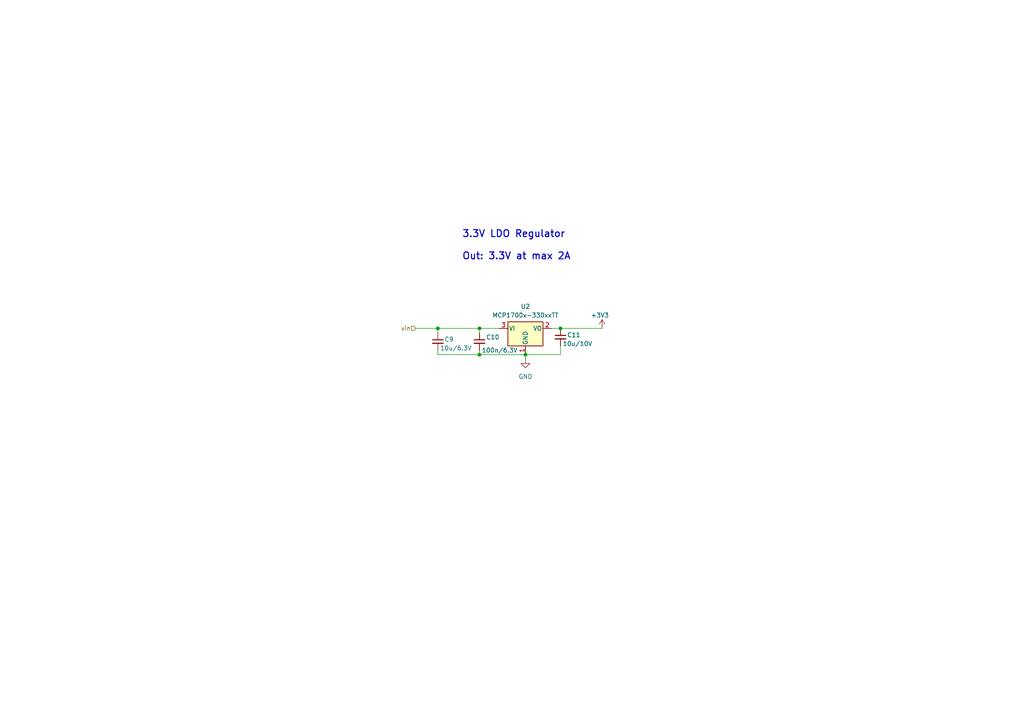
<source format=kicad_sch>
(kicad_sch (version 20230121) (generator eeschema)

  (uuid 1f80be48-be16-46d2-91da-59767e51aecf)

  (paper "A4")

  (lib_symbols
    (symbol "Device:C_Small" (pin_numbers hide) (pin_names (offset 0.254) hide) (in_bom yes) (on_board yes)
      (property "Reference" "C" (at 0.254 1.778 0)
        (effects (font (size 1.27 1.27)) (justify left))
      )
      (property "Value" "C_Small" (at 0.254 -2.032 0)
        (effects (font (size 1.27 1.27)) (justify left))
      )
      (property "Footprint" "" (at 0 0 0)
        (effects (font (size 1.27 1.27)) hide)
      )
      (property "Datasheet" "~" (at 0 0 0)
        (effects (font (size 1.27 1.27)) hide)
      )
      (property "ki_keywords" "capacitor cap" (at 0 0 0)
        (effects (font (size 1.27 1.27)) hide)
      )
      (property "ki_description" "Unpolarized capacitor, small symbol" (at 0 0 0)
        (effects (font (size 1.27 1.27)) hide)
      )
      (property "ki_fp_filters" "C_*" (at 0 0 0)
        (effects (font (size 1.27 1.27)) hide)
      )
      (symbol "C_Small_0_1"
        (polyline
          (pts
            (xy -1.524 -0.508)
            (xy 1.524 -0.508)
          )
          (stroke (width 0.3302) (type default))
          (fill (type none))
        )
        (polyline
          (pts
            (xy -1.524 0.508)
            (xy 1.524 0.508)
          )
          (stroke (width 0.3048) (type default))
          (fill (type none))
        )
      )
      (symbol "C_Small_1_1"
        (pin passive line (at 0 2.54 270) (length 2.032)
          (name "~" (effects (font (size 1.27 1.27))))
          (number "1" (effects (font (size 1.27 1.27))))
        )
        (pin passive line (at 0 -2.54 90) (length 2.032)
          (name "~" (effects (font (size 1.27 1.27))))
          (number "2" (effects (font (size 1.27 1.27))))
        )
      )
    )
    (symbol "Regulator_Linear:MCP1700x-330xxTT" (pin_names (offset 0.254)) (in_bom yes) (on_board yes)
      (property "Reference" "U" (at -3.81 3.175 0)
        (effects (font (size 1.27 1.27)))
      )
      (property "Value" "MCP1700x-330xxTT" (at 0 3.175 0)
        (effects (font (size 1.27 1.27)) (justify left))
      )
      (property "Footprint" "Package_TO_SOT_SMD:SOT-23" (at 0 5.715 0)
        (effects (font (size 1.27 1.27)) hide)
      )
      (property "Datasheet" "http://ww1.microchip.com/downloads/en/DeviceDoc/20001826D.pdf" (at 0 0 0)
        (effects (font (size 1.27 1.27)) hide)
      )
      (property "ki_keywords" "regulator linear ldo" (at 0 0 0)
        (effects (font (size 1.27 1.27)) hide)
      )
      (property "ki_description" "250mA Low Quiscent Current LDO, 3.3V output, SOT-23" (at 0 0 0)
        (effects (font (size 1.27 1.27)) hide)
      )
      (property "ki_fp_filters" "SOT?23*" (at 0 0 0)
        (effects (font (size 1.27 1.27)) hide)
      )
      (symbol "MCP1700x-330xxTT_0_1"
        (rectangle (start -5.08 1.905) (end 5.08 -5.08)
          (stroke (width 0.254) (type default))
          (fill (type background))
        )
      )
      (symbol "MCP1700x-330xxTT_1_1"
        (pin power_in line (at 0 -7.62 90) (length 2.54)
          (name "GND" (effects (font (size 1.27 1.27))))
          (number "1" (effects (font (size 1.27 1.27))))
        )
        (pin power_out line (at 7.62 0 180) (length 2.54)
          (name "VO" (effects (font (size 1.27 1.27))))
          (number "2" (effects (font (size 1.27 1.27))))
        )
        (pin power_in line (at -7.62 0 0) (length 2.54)
          (name "VI" (effects (font (size 1.27 1.27))))
          (number "3" (effects (font (size 1.27 1.27))))
        )
      )
    )
    (symbol "power:+3V3" (power) (pin_names (offset 0)) (in_bom yes) (on_board yes)
      (property "Reference" "#PWR" (at 0 -3.81 0)
        (effects (font (size 1.27 1.27)) hide)
      )
      (property "Value" "+3V3" (at 0 3.556 0)
        (effects (font (size 1.27 1.27)))
      )
      (property "Footprint" "" (at 0 0 0)
        (effects (font (size 1.27 1.27)) hide)
      )
      (property "Datasheet" "" (at 0 0 0)
        (effects (font (size 1.27 1.27)) hide)
      )
      (property "ki_keywords" "global power" (at 0 0 0)
        (effects (font (size 1.27 1.27)) hide)
      )
      (property "ki_description" "Power symbol creates a global label with name \"+3V3\"" (at 0 0 0)
        (effects (font (size 1.27 1.27)) hide)
      )
      (symbol "+3V3_0_1"
        (polyline
          (pts
            (xy -0.762 1.27)
            (xy 0 2.54)
          )
          (stroke (width 0) (type default))
          (fill (type none))
        )
        (polyline
          (pts
            (xy 0 0)
            (xy 0 2.54)
          )
          (stroke (width 0) (type default))
          (fill (type none))
        )
        (polyline
          (pts
            (xy 0 2.54)
            (xy 0.762 1.27)
          )
          (stroke (width 0) (type default))
          (fill (type none))
        )
      )
      (symbol "+3V3_1_1"
        (pin power_in line (at 0 0 90) (length 0) hide
          (name "+3V3" (effects (font (size 1.27 1.27))))
          (number "1" (effects (font (size 1.27 1.27))))
        )
      )
    )
    (symbol "power:GND" (power) (pin_names (offset 0)) (in_bom yes) (on_board yes)
      (property "Reference" "#PWR" (at 0 -6.35 0)
        (effects (font (size 1.27 1.27)) hide)
      )
      (property "Value" "GND" (at 0 -3.81 0)
        (effects (font (size 1.27 1.27)))
      )
      (property "Footprint" "" (at 0 0 0)
        (effects (font (size 1.27 1.27)) hide)
      )
      (property "Datasheet" "" (at 0 0 0)
        (effects (font (size 1.27 1.27)) hide)
      )
      (property "ki_keywords" "global power" (at 0 0 0)
        (effects (font (size 1.27 1.27)) hide)
      )
      (property "ki_description" "Power symbol creates a global label with name \"GND\" , ground" (at 0 0 0)
        (effects (font (size 1.27 1.27)) hide)
      )
      (symbol "GND_0_1"
        (polyline
          (pts
            (xy 0 0)
            (xy 0 -1.27)
            (xy 1.27 -1.27)
            (xy 0 -2.54)
            (xy -1.27 -1.27)
            (xy 0 -1.27)
          )
          (stroke (width 0) (type default))
          (fill (type none))
        )
      )
      (symbol "GND_1_1"
        (pin power_in line (at 0 0 270) (length 0) hide
          (name "GND" (effects (font (size 1.27 1.27))))
          (number "1" (effects (font (size 1.27 1.27))))
        )
      )
    )
  )

  (junction (at 127 95.25) (diameter 0) (color 0 0 0 0)
    (uuid 521d1bc9-b079-42a6-a3b3-8f06b26d0034)
  )
  (junction (at 162.56 95.25) (diameter 0) (color 0 0 0 0)
    (uuid 559a7d72-bd6c-4638-b847-22310d4be75e)
  )
  (junction (at 139.065 102.87) (diameter 0) (color 0 0 0 0)
    (uuid ca974e3f-28f1-4bc9-bf4a-a39eb16d2760)
  )
  (junction (at 139.065 95.25) (diameter 0) (color 0 0 0 0)
    (uuid ebf7eced-4bd1-4fae-bf37-5ac3ddb06d02)
  )
  (junction (at 152.4 102.87) (diameter 0) (color 0 0 0 0)
    (uuid f3f30497-9a4a-43cc-ae79-3eb3f729791b)
  )

  (wire (pts (xy 139.065 95.25) (xy 139.065 96.52))
    (stroke (width 0) (type default))
    (uuid 0167912b-5319-45d8-9397-2c2fda147201)
  )
  (wire (pts (xy 127 95.25) (xy 139.065 95.25))
    (stroke (width 0) (type default))
    (uuid 04f17abd-9393-4dee-a97b-2ebc7b5abaa7)
  )
  (wire (pts (xy 139.065 95.25) (xy 144.78 95.25))
    (stroke (width 0) (type default))
    (uuid 08e1610e-c837-4770-b491-b72e02582617)
  )
  (wire (pts (xy 127 102.87) (xy 139.065 102.87))
    (stroke (width 0) (type default))
    (uuid 1230aeb0-2728-4c30-bfd3-9d00bd27cbe6)
  )
  (wire (pts (xy 139.065 102.87) (xy 152.4 102.87))
    (stroke (width 0) (type default))
    (uuid 15ee4847-0eb6-4c65-9484-962333474419)
  )
  (wire (pts (xy 162.56 102.87) (xy 162.56 100.33))
    (stroke (width 0) (type default))
    (uuid 426813be-468f-4a5f-b943-f7952c6f656b)
  )
  (wire (pts (xy 139.065 101.6) (xy 139.065 102.87))
    (stroke (width 0) (type default))
    (uuid 66966235-b630-4a2c-84d7-77565fa1f932)
  )
  (wire (pts (xy 160.02 95.25) (xy 162.56 95.25))
    (stroke (width 0) (type default))
    (uuid 7139fd10-7fd5-4866-bca0-272d31e513ab)
  )
  (wire (pts (xy 127 95.25) (xy 127 96.52))
    (stroke (width 0) (type default))
    (uuid 7737ef90-96cc-4748-8eb2-8ce5b965748c)
  )
  (wire (pts (xy 127 101.6) (xy 127 102.87))
    (stroke (width 0) (type default))
    (uuid 8262af9c-24ee-4959-b313-28a835f2c65c)
  )
  (wire (pts (xy 120.65 95.25) (xy 127 95.25))
    (stroke (width 0) (type default))
    (uuid a3b3a39a-b1c5-4856-a15d-16223839faea)
  )
  (wire (pts (xy 152.4 102.87) (xy 152.4 104.14))
    (stroke (width 0) (type default))
    (uuid cc2c613e-7ac6-4ae3-9ed2-992a5a4d5806)
  )
  (wire (pts (xy 162.56 95.25) (xy 174.625 95.25))
    (stroke (width 0) (type default))
    (uuid d873085a-cdf8-4051-8cdf-fe2b3feb7fd9)
  )
  (wire (pts (xy 152.4 102.87) (xy 162.56 102.87))
    (stroke (width 0) (type default))
    (uuid f3e97680-33cb-403f-98d5-c3832bd70758)
  )

  (text "3.3V LDO Regulator\n\nOut: 3.3V at max 2A" (at 133.985 75.565 0)
    (effects (font (size 2 2) (thickness 0.3) bold) (justify left bottom))
    (uuid 8dde94f8-c49f-41ad-8eec-f384eab90a12)
  )

  (hierarchical_label "vin" (shape input) (at 120.65 95.25 180) (fields_autoplaced)
    (effects (font (size 1.27 1.27)) (justify right))
    (uuid 9fec575d-5caa-48b8-a384-a8b5485b21d3)
  )

  (symbol (lib_id "power:GND") (at 152.4 104.14 0) (unit 1)
    (in_bom yes) (on_board yes) (dnp no) (fields_autoplaced)
    (uuid a4ae1a3f-800d-498e-a039-af5dcdcc7d3b)
    (property "Reference" "#PWR030" (at 152.4 110.49 0)
      (effects (font (size 1.27 1.27)) hide)
    )
    (property "Value" "GND" (at 152.4 109.22 0)
      (effects (font (size 1.27 1.27)))
    )
    (property "Footprint" "" (at 152.4 104.14 0)
      (effects (font (size 1.27 1.27)) hide)
    )
    (property "Datasheet" "" (at 152.4 104.14 0)
      (effects (font (size 1.27 1.27)) hide)
    )
    (pin "1" (uuid e1b4aa69-e334-4b1c-876c-264e1fdceac5))
    (instances
      (project "Hapty"
        (path "/6956d5b6-c4e4-494f-ad33-929668a150f2/9d7551c4-2ace-4c7d-b440-35f584b50335/9310fd87-d382-44cd-9135-627033a36a9e"
          (reference "#PWR030") (unit 1)
        )
      )
    )
  )

  (symbol (lib_id "Regulator_Linear:MCP1700x-330xxTT") (at 152.4 95.25 0) (unit 1)
    (in_bom yes) (on_board yes) (dnp no) (fields_autoplaced)
    (uuid bbc49ed4-aea7-48b5-a210-d68b5d1b9844)
    (property "Reference" "U2" (at 152.4 88.9 0)
      (effects (font (size 1.27 1.27)))
    )
    (property "Value" "MCP1700x-330xxTT" (at 152.4 91.44 0)
      (effects (font (size 1.27 1.27)))
    )
    (property "Footprint" "Package_TO_SOT_SMD:SOT-23" (at 152.4 89.535 0)
      (effects (font (size 1.27 1.27)) hide)
    )
    (property "Datasheet" "http://ww1.microchip.com/downloads/en/DeviceDoc/20001826D.pdf" (at 152.4 95.25 0)
      (effects (font (size 1.27 1.27)) hide)
    )
    (pin "1" (uuid 7d84939e-7658-44fa-a981-e73b90a0d384))
    (pin "2" (uuid ae7ac961-c652-426c-a569-edcb1e92931d))
    (pin "3" (uuid e6201223-424e-46c5-992b-0a83e63f8262))
    (instances
      (project "Hapty"
        (path "/6956d5b6-c4e4-494f-ad33-929668a150f2/9d7551c4-2ace-4c7d-b440-35f584b50335/9310fd87-d382-44cd-9135-627033a36a9e"
          (reference "U2") (unit 1)
        )
      )
    )
  )

  (symbol (lib_id "Device:C_Small") (at 139.065 99.06 0) (unit 1)
    (in_bom yes) (on_board yes) (dnp no)
    (uuid d1facfc9-aa40-438a-800e-a62ca088eaa9)
    (property "Reference" "C10" (at 140.97 97.79 0)
      (effects (font (size 1.27 1.27)) (justify left))
    )
    (property "Value" "100n/6.3V" (at 139.7 101.6 0)
      (effects (font (size 1.27 1.27)) (justify left))
    )
    (property "Footprint" "" (at 139.065 99.06 0)
      (effects (font (size 1.27 1.27)) hide)
    )
    (property "Datasheet" "~" (at 139.065 99.06 0)
      (effects (font (size 1.27 1.27)) hide)
    )
    (pin "1" (uuid 0a9b9733-3613-4e6c-adfd-8d71a7433deb))
    (pin "2" (uuid 4e1b79d2-eb2d-480d-bb64-35660bb0162e))
    (instances
      (project "Hapty"
        (path "/6956d5b6-c4e4-494f-ad33-929668a150f2/9d7551c4-2ace-4c7d-b440-35f584b50335/9310fd87-d382-44cd-9135-627033a36a9e"
          (reference "C10") (unit 1)
        )
      )
    )
  )

  (symbol (lib_id "power:+3V3") (at 174.625 95.25 0) (unit 1)
    (in_bom yes) (on_board yes) (dnp no)
    (uuid e1260b30-b57d-4788-a8fa-52dba525a8ff)
    (property "Reference" "#PWR031" (at 174.625 99.06 0)
      (effects (font (size 1.27 1.27)) hide)
    )
    (property "Value" "+3V3" (at 173.99 91.44 0)
      (effects (font (size 1.27 1.27)))
    )
    (property "Footprint" "" (at 174.625 95.25 0)
      (effects (font (size 1.27 1.27)) hide)
    )
    (property "Datasheet" "" (at 174.625 95.25 0)
      (effects (font (size 1.27 1.27)) hide)
    )
    (pin "1" (uuid 2b6317cf-6f11-496d-9a70-c8373e663b7e))
    (instances
      (project "Hapty"
        (path "/6956d5b6-c4e4-494f-ad33-929668a150f2/9d7551c4-2ace-4c7d-b440-35f584b50335/9310fd87-d382-44cd-9135-627033a36a9e"
          (reference "#PWR031") (unit 1)
        )
      )
    )
  )

  (symbol (lib_id "Device:C_Small") (at 127 99.06 0) (unit 1)
    (in_bom yes) (on_board yes) (dnp no)
    (uuid e5df33fa-4875-4209-9063-267016413dc8)
    (property "Reference" "C9" (at 128.905 98.425 0)
      (effects (font (size 1.27 1.27)) (justify left))
    )
    (property "Value" "10u/6.3V" (at 127.635 100.965 0)
      (effects (font (size 1.27 1.27)) (justify left))
    )
    (property "Footprint" "" (at 127 99.06 0)
      (effects (font (size 1.27 1.27)) hide)
    )
    (property "Datasheet" "~" (at 127 99.06 0)
      (effects (font (size 1.27 1.27)) hide)
    )
    (pin "1" (uuid 07acca05-0f23-4359-808e-48e262a7c7d6))
    (pin "2" (uuid 14c9b3e3-8bc3-418b-810b-517196a8db43))
    (instances
      (project "Hapty"
        (path "/6956d5b6-c4e4-494f-ad33-929668a150f2/9d7551c4-2ace-4c7d-b440-35f584b50335/9310fd87-d382-44cd-9135-627033a36a9e"
          (reference "C9") (unit 1)
        )
      )
    )
  )

  (symbol (lib_id "Device:C_Small") (at 162.56 97.79 0) (unit 1)
    (in_bom yes) (on_board yes) (dnp no)
    (uuid ea63ff8e-db73-4bc5-bd50-ffed0c74c0ea)
    (property "Reference" "C11" (at 164.465 97.155 0)
      (effects (font (size 1.27 1.27)) (justify left))
    )
    (property "Value" "10u/10V" (at 163.195 99.695 0)
      (effects (font (size 1.27 1.27)) (justify left))
    )
    (property "Footprint" "" (at 162.56 97.79 0)
      (effects (font (size 1.27 1.27)) hide)
    )
    (property "Datasheet" "~" (at 162.56 97.79 0)
      (effects (font (size 1.27 1.27)) hide)
    )
    (pin "1" (uuid a0310606-fdba-44d8-a276-a5ba484b4525))
    (pin "2" (uuid 1fa4e93b-09df-4d42-9018-6ed97064bfcf))
    (instances
      (project "Hapty"
        (path "/6956d5b6-c4e4-494f-ad33-929668a150f2/9d7551c4-2ace-4c7d-b440-35f584b50335/9310fd87-d382-44cd-9135-627033a36a9e"
          (reference "C11") (unit 1)
        )
      )
    )
  )
)

</source>
